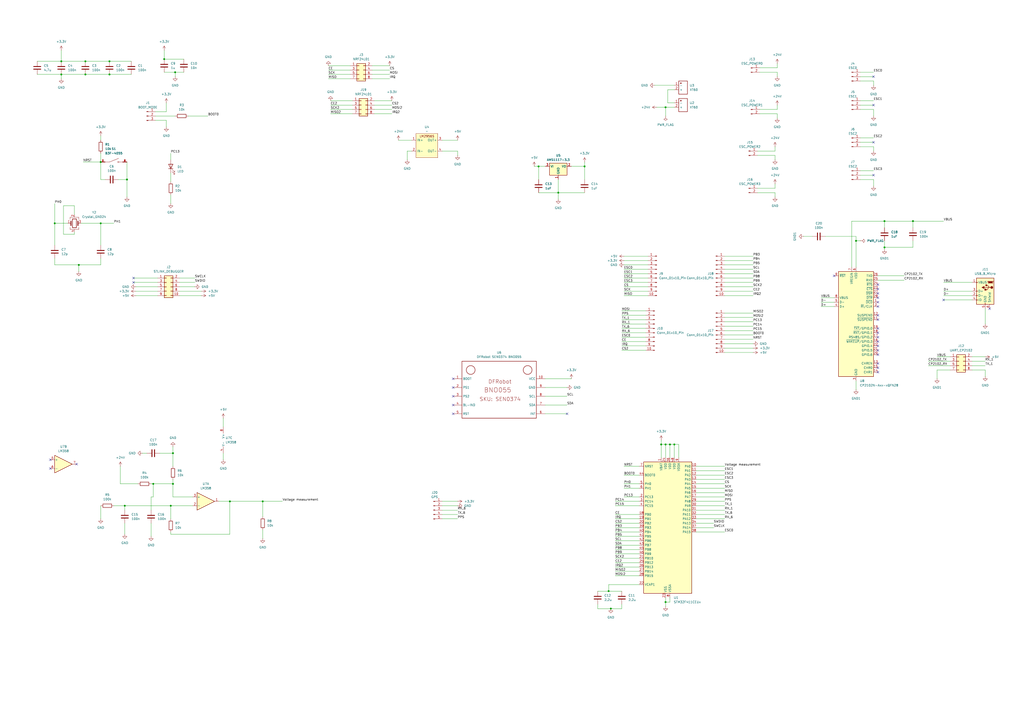
<source format=kicad_sch>
(kicad_sch (version 20231120) (generator "eeschema") (generator_version "8.0")
  (paper "A2")
  (junction (at 95.25 34.29))
  (junction (at 100.33 280.67))
  (junction (at 152.4 290.83))
  (junction (at 496.57 139.7))
  (junction (at 45.72 153.67))
  (junction (at 63.5 35.56))
  (junction (at 88.9 280.67))
  (junction (at 31.75 129.54))
  (junction (at 513.08 128.27))
  (junction (at 133.35 290.83))
  (junction (at 513.08 143.51))
  (junction (at 339.09 96.52))
  (junction (at 63.5 43.18))
  (junction (at 49.53 43.18))
  (junction (at 391.16 257.81))
  (junction (at 529.59 128.27))
  (junction (at 101.6 41.91))
  (junction (at 353.06 342.9))
  (junction (at 58.42 129.54))
  (junction (at 58.42 93.98))
  (junction (at 73.66 104.14))
  (junction (at 100.33 262.89))
  (junction (at 386.08 257.81))
  (junction (at 388.62 257.81))
  (junction (at 312.42 96.52))
  (junction (at 386.08 62.23))
  (junction (at 99.06 293.37))
  (junction (at 35.56 43.18))
  (junction (at 354.33 353.06))
  (junction (at 35.56 35.56))
  (junction (at 49.53 35.56))
  (junction (at 323.85 111.76))
  (junction (at 72.39 293.37))
  (junction (at 383.54 257.81))
  (junction (at 386.08 349.25))
  (no_connect (at 262.89 229.87))
  (no_connect (at 509.27 200.66))
  (no_connect (at 509.27 215.9))
  (no_connect (at 44.45 269.24))
  (no_connect (at 509.27 167.64))
  (no_connect (at 574.04 179.07))
  (no_connect (at 483.87 160.02))
  (no_connect (at 509.27 193.04))
  (no_connect (at 509.27 175.26))
  (no_connect (at 509.27 195.58))
  (no_connect (at 506.73 82.55))
  (no_connect (at 29.21 271.78))
  (no_connect (at 509.27 177.8))
  (no_connect (at 262.89 219.71))
  (no_connect (at 328.93 240.03))
  (no_connect (at 506.73 60.96))
  (no_connect (at 509.27 203.2))
  (no_connect (at 262.89 234.95))
  (no_connect (at 509.27 172.72))
  (no_connect (at 509.27 205.74))
  (no_connect (at 509.27 185.42))
  (no_connect (at 262.89 224.79))
  (no_connect (at 509.27 213.36))
  (no_connect (at 509.27 182.88))
  (no_connect (at 506.73 101.6))
  (no_connect (at 77.47 163.83))
  (no_connect (at 509.27 170.18))
  (no_connect (at 77.47 161.29))
  (no_connect (at 509.27 210.82))
  (no_connect (at 506.73 44.45))
  (no_connect (at 262.89 240.03))
  (no_connect (at 509.27 190.5))
  (no_connect (at 509.27 198.12))
  (no_connect (at 547.37 173.99))
  (no_connect (at 29.21 266.7))
  (no_connect (at 509.27 165.1))
  (wire (pts (xy 403.86 285.75) (xy 420.37 285.75)))
  (wire (pts (xy 46.99 129.54) (xy 58.42 129.54)))
  (wire (pts (xy 356.87 328.93) (xy 370.84 328.93)))
  (wire (pts (xy 356.87 308.61) (xy 370.84 308.61)))
  (wire (pts (xy 72.39 293.37) (xy 99.06 293.37)))
  (wire (pts (xy 339.09 93.98) (xy 339.09 96.52)))
  (wire (pts (xy 360.68 190.5) (xy 374.65 190.5)))
  (wire (pts (xy 87.63 288.29) (xy 87.63 295.91)))
  (wire (pts (xy 90.17 69.85) (xy 96.52 69.85)))
  (wire (pts (xy 403.86 308.61) (xy 420.37 308.61)))
  (wire (pts (xy 370.84 339.09) (xy 353.06 339.09)))
  (wire (pts (xy 506.73 46.99) (xy 506.73 49.53)))
  (wire (pts (xy 217.17 66.04) (xy 227.33 66.04)))
  (wire (pts (xy 547.37 173.99) (xy 563.88 173.99)))
  (wire (pts (xy 403.86 283.21) (xy 420.37 283.21)))
  (wire (pts (xy 353.06 339.09) (xy 353.06 342.9)))
  (wire (pts (xy 87.63 280.67) (xy 88.9 280.67)))
  (wire (pts (xy 95.25 41.91) (xy 101.6 41.91)))
  (wire (pts (xy 360.68 200.66) (xy 374.65 200.66)))
  (wire (pts (xy 58.42 129.54) (xy 58.42 142.24)))
  (wire (pts (xy 129.54 262.89) (xy 129.54 266.7)))
  (wire (pts (xy 388.62 349.25) (xy 386.08 349.25)))
  (wire (pts (xy 391.16 257.81) (xy 388.62 257.81)))
  (wire (pts (xy 331.47 96.52) (xy 339.09 96.52)))
  (wire (pts (xy 386.08 346.71) (xy 386.08 349.25)))
  (wire (pts (xy 403.86 293.37) (xy 420.37 293.37)))
  (wire (pts (xy 72.39 303.53) (xy 72.39 309.88)))
  (wire (pts (xy 43.18 119.38) (xy 36.83 119.38)))
  (wire (pts (xy 217.17 63.5) (xy 227.33 63.5)))
  (wire (pts (xy 265.43 87.63) (xy 265.43 90.17)))
  (wire (pts (xy 356.87 331.47) (xy 370.84 331.47)))
  (wire (pts (xy 360.68 180.34) (xy 374.65 180.34)))
  (wire (pts (xy 381 62.23) (xy 386.08 62.23)))
  (wire (pts (xy 499.11 46.99) (xy 506.73 46.99)))
  (wire (pts (xy 88.9 280.67) (xy 88.9 288.29)))
  (wire (pts (xy 99.06 100.33) (xy 99.06 105.41)))
  (wire (pts (xy 361.95 288.29) (xy 370.84 288.29)))
  (wire (pts (xy 90.17 64.77) (xy 96.52 64.77)))
  (wire (pts (xy 236.22 87.63) (xy 236.22 92.71)))
  (wire (pts (xy 90.17 67.31) (xy 101.6 67.31)))
  (wire (pts (xy 393.7 265.43) (xy 393.7 257.81)))
  (wire (pts (xy 73.66 93.98) (xy 73.66 104.14)))
  (wire (pts (xy 506.73 63.5) (xy 506.73 67.31)))
  (wire (pts (xy 494.03 154.94) (xy 494.03 128.27)))
  (wire (pts (xy 513.08 143.51) (xy 529.59 143.51)))
  (wire (pts (xy 88.9 280.67) (xy 100.33 280.67)))
  (wire (pts (xy 104.14 168.91) (xy 116.84 168.91)))
  (wire (pts (xy 386.08 62.23) (xy 386.08 67.31)))
  (wire (pts (xy 361.95 148.59) (xy 375.92 148.59)))
  (wire (pts (xy 420.37 194.31) (xy 436.88 194.31)))
  (wire (pts (xy 101.6 41.91) (xy 106.68 41.91)))
  (wire (pts (xy 439.42 87.63) (xy 449.58 87.63)))
  (wire (pts (xy 386.08 349.25) (xy 386.08 351.79)))
  (wire (pts (xy 356.87 293.37) (xy 370.84 293.37)))
  (wire (pts (xy 449.58 90.17) (xy 449.58 92.71)))
  (wire (pts (xy 499.11 44.45) (xy 506.73 44.45)))
  (wire (pts (xy 420.37 153.67) (xy 436.88 153.67)))
  (wire (pts (xy 312.42 96.52) (xy 312.42 104.14)))
  (wire (pts (xy 49.53 43.18) (xy 63.5 43.18)))
  (wire (pts (xy 346.71 350.52) (xy 346.71 353.06)))
  (wire (pts (xy 440.69 41.91) (xy 450.85 41.91)))
  (wire (pts (xy 191.77 60.96) (xy 204.47 60.96)))
  (wire (pts (xy 361.95 168.91) (xy 375.92 168.91)))
  (wire (pts (xy 356.87 318.77) (xy 370.84 318.77)))
  (wire (pts (xy 361.95 158.75) (xy 375.92 158.75)))
  (wire (pts (xy 403.86 270.51) (xy 420.37 270.51)))
  (wire (pts (xy 529.59 128.27) (xy 529.59 132.08)))
  (wire (pts (xy 312.42 96.52) (xy 316.23 96.52)))
  (wire (pts (xy 39.37 129.54) (xy 31.75 129.54)))
  (wire (pts (xy 499.11 85.09) (xy 506.73 85.09)))
  (wire (pts (xy 393.7 257.81) (xy 391.16 257.81)))
  (wire (pts (xy 69.85 280.67) (xy 80.01 280.67)))
  (wire (pts (xy 386.08 257.81) (xy 386.08 265.43)))
  (wire (pts (xy 312.42 111.76) (xy 323.85 111.76)))
  (wire (pts (xy 100.33 259.08) (xy 100.33 262.89)))
  (wire (pts (xy 35.56 43.18) (xy 49.53 43.18)))
  (wire (pts (xy 571.5 214.63) (xy 571.5 218.44)))
  (wire (pts (xy 69.85 270.51) (xy 69.85 280.67)))
  (wire (pts (xy 353.06 342.9) (xy 346.71 342.9)))
  (wire (pts (xy 420.37 158.75) (xy 436.88 158.75)))
  (wire (pts (xy 543.56 207.01) (xy 551.18 207.01)))
  (wire (pts (xy 58.42 88.9) (xy 58.42 93.98)))
  (wire (pts (xy 450.85 36.83) (xy 450.85 39.37)))
  (wire (pts (xy 543.56 214.63) (xy 543.56 219.71)))
  (wire (pts (xy 73.66 104.14) (xy 73.66 114.3)))
  (wire (pts (xy 356.87 303.53) (xy 370.84 303.53)))
  (wire (pts (xy 403.86 303.53) (xy 414.02 303.53)))
  (wire (pts (xy 387.35 52.07) (xy 387.35 59.69)))
  (wire (pts (xy 476.25 175.26) (xy 483.87 175.26)))
  (wire (pts (xy 361.95 156.21) (xy 375.92 156.21)))
  (wire (pts (xy 499.11 63.5) (xy 506.73 63.5)))
  (wire (pts (xy 499.11 41.91) (xy 506.73 41.91)))
  (wire (pts (xy 238.76 87.63) (xy 236.22 87.63)))
  (wire (pts (xy 99.06 113.03) (xy 99.06 118.11)))
  (wire (pts (xy 388.62 346.71) (xy 388.62 349.25)))
  (wire (pts (xy 476.25 177.8) (xy 483.87 177.8)))
  (wire (pts (xy 529.59 139.7) (xy 529.59 143.51)))
  (wire (pts (xy 420.37 196.85) (xy 436.88 196.85)))
  (wire (pts (xy 420.37 163.83) (xy 436.88 163.83)))
  (wire (pts (xy 563.88 214.63) (xy 571.5 214.63)))
  (wire (pts (xy 466.09 137.16) (xy 471.17 137.16)))
  (wire (pts (xy 256.54 298.45) (xy 265.43 298.45)))
  (wire (pts (xy 420.37 166.37) (xy 436.88 166.37)))
  (wire (pts (xy 420.37 181.61) (xy 436.88 181.61)))
  (wire (pts (xy 152.4 290.83) (xy 152.4 299.72)))
  (wire (pts (xy 420.37 151.13) (xy 436.88 151.13)))
  (wire (pts (xy 66.04 293.37) (xy 72.39 293.37)))
  (wire (pts (xy 420.37 191.77) (xy 436.88 191.77)))
  (wire (pts (xy 63.5 43.18) (xy 76.2 43.18)))
  (wire (pts (xy 58.42 129.54) (xy 66.04 129.54)))
  (wire (pts (xy 439.42 109.22) (xy 449.58 109.22)))
  (wire (pts (xy 513.08 139.7) (xy 513.08 143.51)))
  (wire (pts (xy 316.23 219.71) (xy 331.47 219.71)))
  (wire (pts (xy 45.72 153.67) (xy 58.42 153.67)))
  (wire (pts (xy 513.08 143.51) (xy 513.08 144.78)))
  (wire (pts (xy 356.87 321.31) (xy 370.84 321.31)))
  (wire (pts (xy 563.88 212.09) (xy 571.5 212.09)))
  (wire (pts (xy 360.68 182.88) (xy 374.65 182.88)))
  (wire (pts (xy 101.6 41.91) (xy 101.6 44.45)))
  (wire (pts (xy 360.68 203.2) (xy 374.65 203.2)))
  (wire (pts (xy 499.11 104.14) (xy 506.73 104.14)))
  (wire (pts (xy 386.08 62.23) (xy 391.16 62.23)))
  (wire (pts (xy 111.76 293.37) (xy 99.06 293.37)))
  (wire (pts (xy 92.71 262.89) (xy 100.33 262.89)))
  (wire (pts (xy 256.54 81.28) (xy 265.43 81.28)))
  (wire (pts (xy 513.08 128.27) (xy 529.59 128.27)))
  (wire (pts (xy 403.86 273.05) (xy 420.37 273.05)))
  (wire (pts (xy 361.95 153.67) (xy 375.92 153.67)))
  (wire (pts (xy 449.58 111.76) (xy 449.58 114.3)))
  (wire (pts (xy 403.86 300.99) (xy 420.37 300.99)))
  (wire (pts (xy 391.16 52.07) (xy 387.35 52.07)))
  (wire (pts (xy 403.86 280.67) (xy 420.37 280.67)))
  (wire (pts (xy 256.54 295.91) (xy 265.43 295.91)))
  (wire (pts (xy 420.37 204.47) (xy 436.88 204.47)))
  (wire (pts (xy 99.06 293.37) (xy 99.06 300.99)))
  (wire (pts (xy 100.33 280.67) (xy 100.33 288.29)))
  (wire (pts (xy 450.85 41.91) (xy 450.85 44.45)))
  (wire (pts (xy 316.23 224.79) (xy 328.93 224.79)))
  (wire (pts (xy 440.69 63.5) (xy 450.85 63.5)))
  (wire (pts (xy 104.14 163.83) (xy 113.03 163.83)))
  (wire (pts (xy 256.54 290.83) (xy 265.43 290.83)))
  (wire (pts (xy 440.69 66.04) (xy 450.85 66.04)))
  (wire (pts (xy 104.14 161.29) (xy 113.03 161.29)))
  (wire (pts (xy 361.95 280.67) (xy 370.84 280.67)))
  (wire (pts (xy 403.86 275.59) (xy 420.37 275.59)))
  (wire (pts (xy 21.59 43.18) (xy 35.56 43.18)))
  (wire (pts (xy 360.68 198.12) (xy 374.65 198.12)))
  (wire (pts (xy 356.87 323.85) (xy 370.84 323.85)))
  (wire (pts (xy 78.74 171.45) (xy 91.44 171.45)))
  (wire (pts (xy 420.37 156.21) (xy 436.88 156.21)))
  (wire (pts (xy 420.37 161.29) (xy 436.88 161.29)))
  (wire (pts (xy 104.14 166.37) (xy 113.03 166.37)))
  (wire (pts (xy 496.57 139.7) (xy 499.11 139.7)))
  (wire (pts (xy 129.54 242.57) (xy 129.54 247.65)))
  (wire (pts (xy 99.06 88.9) (xy 99.06 92.71)))
  (wire (pts (xy 353.06 342.9) (xy 360.68 342.9)))
  (wire (pts (xy 360.68 187.96) (xy 374.65 187.96)))
  (wire (pts (xy 383.54 255.27) (xy 383.54 257.81)))
  (wire (pts (xy 356.87 290.83) (xy 370.84 290.83)))
  (wire (pts (xy 439.42 90.17) (xy 449.58 90.17)))
  (wire (pts (xy 403.86 278.13) (xy 420.37 278.13)))
  (wire (pts (xy 513.08 128.27) (xy 513.08 132.08)))
  (wire (pts (xy 506.73 85.09) (xy 506.73 87.63)))
  (wire (pts (xy 499.11 99.06) (xy 506.73 99.06)))
  (wire (pts (xy 133.35 290.83) (xy 127 290.83)))
  (wire (pts (xy 77.47 163.83) (xy 91.44 163.83)))
  (wire (pts (xy 36.83 135.89) (xy 43.18 135.89)))
  (wire (pts (xy 386.08 257.81) (xy 383.54 257.81)))
  (wire (pts (xy 190.5 40.64) (xy 203.2 40.64)))
  (wire (pts (xy 316.23 240.03) (xy 328.93 240.03)))
  (wire (pts (xy 403.86 295.91) (xy 420.37 295.91)))
  (wire (pts (xy 499.11 80.01) (xy 506.73 80.01)))
  (wire (pts (xy 191.77 66.04) (xy 204.47 66.04)))
  (wire (pts (xy 215.9 45.72) (xy 226.06 45.72)))
  (wire (pts (xy 356.87 300.99) (xy 370.84 300.99)))
  (wire (pts (xy 506.73 104.14) (xy 506.73 107.95)))
  (wire (pts (xy 450.85 60.96) (xy 450.85 63.5)))
  (wire (pts (xy 356.87 326.39) (xy 370.84 326.39)))
  (wire (pts (xy 323.85 104.14) (xy 323.85 111.76)))
  (wire (pts (xy 100.33 278.13) (xy 100.33 280.67)))
  (wire (pts (xy 190.5 45.72) (xy 203.2 45.72)))
  (wire (pts (xy 449.58 106.68) (xy 449.58 109.22)))
  (wire (pts (xy 190.5 38.1) (xy 203.2 38.1)))
  (wire (pts (xy 361.95 283.21) (xy 370.84 283.21)))
  (wire (pts (xy 77.47 161.29) (xy 91.44 161.29)))
  (wire (pts (xy 420.37 184.15) (xy 436.88 184.15)))
  (wire (pts (xy 571.5 179.07) (xy 571.5 187.96)))
  (wire (pts (xy 31.75 118.11) (xy 31.75 129.54)))
  (wire (pts (xy 323.85 111.76) (xy 339.09 111.76)))
  (wire (pts (xy 95.25 34.29) (xy 106.68 34.29)))
  (wire (pts (xy 499.11 60.96) (xy 506.73 60.96)))
  (wire (pts (xy 356.87 316.23) (xy 370.84 316.23)))
  (wire (pts (xy 96.52 64.77) (xy 96.52 59.69)))
  (wire (pts (xy 356.87 298.45) (xy 370.84 298.45)))
  (wire (pts (xy 316.23 229.87) (xy 328.93 229.87)))
  (wire (pts (xy 316.23 234.95) (xy 328.93 234.95)))
  (wire (pts (xy 499.11 82.55) (xy 506.73 82.55)))
  (wire (pts (xy 78.74 168.91) (xy 91.44 168.91)))
  (wire (pts (xy 43.18 135.89) (xy 43.18 134.62)))
  (wire (pts (xy 499.11 101.6) (xy 506.73 101.6)))
  (wire (pts (xy 420.37 199.39) (xy 436.88 199.39)))
  (wire (pts (xy 133.35 290.83) (xy 152.4 290.83)))
  (wire (pts (xy 449.58 85.09) (xy 449.58 87.63)))
  (wire (pts (xy 100.33 262.89) (xy 100.33 270.51)))
  (wire (pts (xy 109.22 67.31) (xy 120.65 67.31)))
  (wire (pts (xy 547.37 171.45) (xy 563.88 171.45)))
  (wire (pts (xy 100.33 288.29) (xy 111.76 288.29)))
  (wire (pts (xy 309.88 96.52) (xy 312.42 96.52)))
  (wire (pts (xy 217.17 58.42) (xy 227.33 58.42)))
  (wire (pts (xy 95.25 29.21) (xy 95.25 34.29)))
  (wire (pts (xy 99.06 309.88) (xy 133.35 309.88)))
  (wire (pts (xy 215.9 38.1) (xy 226.06 38.1)))
  (wire (pts (xy 499.11 58.42) (xy 506.73 58.42)))
  (wire (pts (xy 494.03 128.27) (xy 513.08 128.27)))
  (wire (pts (xy 323.85 111.76) (xy 323.85 115.57)))
  (wire (pts (xy 361.95 270.51) (xy 370.84 270.51)))
  (wire (pts (xy 356.87 306.07) (xy 370.84 306.07)))
  (wire (pts (xy 31.75 149.86) (xy 31.75 153.67)))
  (wire (pts (xy 215.9 40.64) (xy 226.06 40.64)))
  (wire (pts (xy 35.56 35.56) (xy 49.53 35.56)))
  (wire (pts (xy 420.37 168.91) (xy 436.88 168.91)))
  (wire (pts (xy 58.42 153.67) (xy 58.42 149.86)))
  (wire (pts (xy 152.4 307.34) (xy 152.4 312.42)))
  (wire (pts (xy 450.85 66.04) (xy 450.85 68.58)))
  (wire (pts (xy 49.53 35.56) (xy 63.5 35.56)))
  (wire (pts (xy 361.95 166.37) (xy 375.92 166.37)))
  (wire (pts (xy 440.69 39.37) (xy 450.85 39.37)))
  (wire (pts (xy 403.86 298.45) (xy 420.37 298.45)))
  (wire (pts (xy 72.39 293.37) (xy 72.39 295.91)))
  (wire (pts (xy 63.5 35.56) (xy 76.2 35.56)))
  (wire (pts (xy 361.95 275.59) (xy 370.84 275.59)))
  (wire (pts (xy 191.77 58.42) (xy 204.47 58.42)))
  (wire (pts (xy 58.42 293.37) (xy 58.42 300.99)))
  (wire (pts (xy 360.68 353.06) (xy 354.33 353.06)))
  (wire (pts (xy 21.59 35.56) (xy 35.56 35.56)))
  (wire (pts (xy 191.77 63.5) (xy 204.47 63.5)))
  (wire (pts (xy 60.96 104.14) (xy 58.42 104.14)))
  (wire (pts (xy 391.16 257.81) (xy 391.16 265.43)))
  (wire (pts (xy 388.62 257.81) (xy 388.62 265.43)))
  (wire (pts (xy 43.18 124.46) (xy 43.18 119.38)))
  (wire (pts (xy 360.68 195.58) (xy 374.65 195.58)))
  (wire (pts (xy 496.57 154.94) (xy 496.57 139.7)))
  (wire (pts (xy 31.75 153.67) (xy 45.72 153.67)))
  (wire (pts (xy 339.09 96.52) (xy 339.09 104.14)))
  (wire (pts (xy 361.95 151.13) (xy 375.92 151.13)))
  (wire (pts (xy 529.59 128.27) (xy 547.37 128.27)))
  (wire (pts (xy 538.48 212.09) (xy 551.18 212.09)))
  (wire (pts (xy 31.75 129.54) (xy 31.75 142.24)))
  (wire (pts (xy 563.88 209.55) (xy 571.5 209.55)))
  (wire (pts (xy 356.87 313.69) (xy 370.84 313.69)))
  (wire (pts (xy 379.73 49.53) (xy 391.16 49.53)))
  (wire (pts (xy 403.86 306.07) (xy 414.02 306.07)))
  (wire (pts (xy 346.71 353.06) (xy 354.33 353.06)))
  (wire (pts (xy 360.68 193.04) (xy 374.65 193.04)))
  (wire (pts (xy 356.87 334.01) (xy 370.84 334.01)))
  (wire (pts (xy 420.37 171.45) (xy 436.88 171.45)))
  (wire (pts (xy 36.83 119.38) (xy 36.83 135.89)))
  (wire (pts (xy 478.79 137.16) (xy 496.57 137.16)))
  (wire (pts (xy 104.14 171.45) (xy 116.84 171.45)))
  (wire (pts (xy 360.68 350.52) (xy 360.68 353.06)))
  (wire (pts (xy 87.63 303.53) (xy 87.63 311.15)))
  (wire (pts (xy 361.95 171.45) (xy 375.92 171.45)))
  (wire (pts (xy 88.9 288.29) (xy 87.63 288.29)))
  (wire (pts (xy 35.56 29.21) (xy 35.56 35.56)))
  (wire (pts (xy 78.74 166.37) (xy 91.44 166.37)))
  (wire (pts (xy 231.14 81.28) (xy 238.76 81.28)))
  (wire (pts (xy 388.62 257.81) (xy 386.08 257.81)))
  (wire (pts (xy 215.9 43.18) (xy 226.06 43.18)))
  (wire (pts (xy 256.54 87.63) (xy 265.43 87.63)))
  (wire (pts (xy 509.27 160.02) (xy 524.51 160.02)))
  (wire (pts (xy 96.52 69.85) (xy 96.52 73.66)))
  (wire (pts (xy 256.54 293.37) (xy 265.43 293.37)))
  (wire (pts (xy 35.56 43.18) (xy 35.56 45.72)))
  (wire (pts (xy 403.86 290.83) (xy 420.37 290.83)))
  (wire (pts (xy 563.88 207.01) (xy 571.5 207.01)))
  (wire (pts (xy 256.54 300.99) (xy 265.43 300.99)))
  (wire (pts (xy 68.58 104.14) (xy 73.66 104.14)))
  (wire (pts (xy 476.25 172.72) (xy 483.87 172.72)))
  (wire (pts (xy 547.37 163.83) (xy 563.88 163.83)))
  (wire (pts (xy 420.37 201.93) (xy 436.88 201.93)))
  (wire (pts (xy 152.4 290.83) (xy 163.83 290.83)))
  (wire (pts (xy 361.95 161.29) (xy 375.92 161.29)))
  (wire (pts (xy 356.87 311.15) (xy 370.84 311.15)))
  (wire (pts (xy 217.17 60.96) (xy 227.33 60.96)))
  (wire (pts (xy 496.57 220.98) (xy 496.57 226.06)))
  (wire (pts (xy 82.55 262.89) (xy 85.09 262.89)))
  (wire (pts (xy 496.57 139.7) (xy 496.57 137.16)))
  (wire (pts (xy 58.42 78.74) (xy 58.42 81.28)))
  (wire (pts (xy 190.5 43.18) (xy 203.2 43.18)))
  (wire (pts (xy 420.37 148.59) (xy 436.88 148.59)))
  (wire (pts (xy 58.42 93.98) (xy 58.42 104.14)))
  (wire (pts (xy 48.26 93.98) (xy 58.42 93.98)))
  (wire (pts (xy 133.35 309.88) (xy 133.35 290.83)))
  (wire (pts (xy 420.37 189.23) (xy 436.88 189.23)))
  (wire (pts (xy 383.54 257.81) (xy 383.54 265.43)))
  (wire (pts (xy 509.27 162.56) (xy 524.51 162.56)))
  (wire (pts (xy 45.72 153.67) (xy 45.72 157.48)))
  (wire (pts (xy 547.37 168.91) (xy 563.88 168.91)))
  (wire (pts (xy 387.35 59.69) (xy 391.16 59.69)))
  (wire (pts (xy 361.95 163.83) (xy 375.92 163.83)))
  (wire (pts (xy 403.86 288.29) (xy 420.37 288.29)))
  (wire (pts (xy 360.68 185.42) (xy 374.65 185.42)))
  (wire (pts (xy 420.37 186.69) (xy 436.88 186.69)))
  (wire (pts (xy 543.56 214.63) (xy 551.18 214.63)))
  (wire (pts (xy 439.42 111.76) (xy 449.58 111.76)))
  (wire (pts (xy 538.48 209.55) (xy 551.18 209.55)))
  (wire (pts (xy 99.06 308.61) (xy 99.06 309.88)))
  (label "ESC2" (at 361.95 161.29 0))
  (label "CE2" (at 356.87 326.39 0))
  (label "PH1" (at 66.04 129.54 0))
  (label "MOSI2" (at 356.87 334.01 0))
  (label "BOOT0" (at 361.95 275.59 0))
  (label "PB9" (at 436.88 163.83 0))
  (label "SCK2" (at 191.77 63.5 0))
  (label "RX_6" (at 360.68 193.04 0))
  (label "NRST" (at 48.26 93.98 0))
  (label "CE" (at 356.87 298.45 0))
  (label "PC13" (at 99.06 88.9 0))
  (label "PB5" (at 356.87 311.15 0))
  (label "ESC0" (at 361.95 156.21 0))
  (label "ESC2" (at 506.73 80.01 0))
  (label "CE2" (at 436.88 168.91 0))
  (label "SCK" (at 420.37 283.21 0))
  (label "ESC1" (at 506.73 58.42 0))
  (label "IRQ2" (at 356.87 328.93 0))
  (label "SCK" (at 361.95 168.91 0))
  (label "SWCLK" (at 113.03 161.29 0))
  (label "SDA" (at 436.88 158.75 0))
  (label "RX_1" (at 571.5 209.55 0))
  (label "CP2102_RX" (at 524.51 162.56 0))
  (label "IRQ" (at 360.68 200.66 0))
  (label "PB4" (at 356.87 308.61 0))
  (label "RX_1" (at 360.68 187.96 0))
  (label "PB8" (at 436.88 161.29 0))
  (label "PC15" (at 436.88 191.77 0))
  (label "MISO2" (at 356.87 331.47 0))
  (label "PB5" (at 436.88 153.67 0))
  (label "CS2" (at 227.33 60.96 0))
  (label "CE" (at 360.68 198.12 0))
  (label "TX_6" (at 360.68 190.5 0))
  (label "SCL" (at 356.87 313.69 0))
  (label "SCK2" (at 436.88 166.37 0))
  (label "ESC3" (at 420.37 278.13 0))
  (label "Voltage measurement" (at 163.83 290.83 0))
  (label "PH0" (at 31.75 118.11 0))
  (label "TX_6" (at 420.37 298.45 0))
  (label "MOSI" (at 360.68 180.34 0))
  (label "SDA" (at 328.93 234.95 0))
  (label "MOSI2" (at 227.33 63.5 0))
  (label "PC13" (at 361.95 288.29 0))
  (label "MISO" (at 361.95 171.45 0))
  (label "PB3" (at 356.87 306.07 0))
  (label "PC14" (at 356.87 290.83 0))
  (label "SCK" (at 190.5 43.18 0))
  (label "ESC0" (at 420.37 308.61 0))
  (label "D-" (at 547.37 171.45 0))
  (label "SDA" (at 356.87 316.23 0))
  (label "PC13" (at 436.88 186.69 0))
  (label "IRQ" (at 356.87 300.99 0))
  (label "SCL" (at 328.93 229.87 0))
  (label "TX_1" (at 420.37 293.37 0))
  (label "ESC1" (at 420.37 273.05 0))
  (label "CP2102_TX" (at 538.48 209.55 0))
  (label "PC15" (at 356.87 293.37 0))
  (label "Voltage measurement" (at 420.37 270.51 0))
  (label "PPS" (at 420.37 290.83 0))
  (label "TX_1" (at 360.68 185.42 0))
  (label "PPS" (at 360.68 182.88 0))
  (label "ESC3" (at 361.95 163.83 0))
  (label "D+" (at 547.37 168.91 0))
  (label "RX_1" (at 420.37 295.91 0))
  (label "TX_1" (at 571.5 212.09 0))
  (label "PH1" (at 361.95 283.21 0))
  (label "CS" (at 361.95 166.37 0))
  (label "CE" (at 190.5 40.64 0))
  (label "MOSI2" (at 436.88 184.15 0))
  (label "CS" (at 226.06 40.64 0))
  (label "VBUS" (at 543.56 207.01 0))
  (label "MOSI" (at 226.06 43.18 0))
  (label "PB9" (at 356.87 321.31 0))
  (label "VBUS" (at 547.37 163.83 0))
  (label "PB8" (at 356.87 318.77 0))
  (label "IRQ2" (at 227.33 66.04 0))
  (label "ESC2" (at 420.37 275.59 0))
  (label "CS2" (at 356.87 303.53 0))
  (label "VBUS" (at 476.25 172.72 0))
  (label "NRST" (at 361.95 270.51 0))
  (label "SCK2" (at 356.87 323.85 0))
  (label "PC14" (at 436.88 189.23 0))
  (label "SWDIO" (at 414.02 303.53 0))
  (label "SCL" (at 436.88 156.21 0))
  (label "ESC1" (at 361.95 158.75 0))
  (label "MISO2" (at 436.88 181.61 0))
  (label "ESC0" (at 506.73 41.91 0))
  (label "BOOT0" (at 120.65 67.31 0))
  (label "SWDIO" (at 113.03 163.83 0))
  (label "CS" (at 420.37 280.67 0))
  (label "SWCLK" (at 414.02 306.07 0))
  (label "PB3" (at 436.88 148.59 0))
  (label "IRQ" (at 226.06 45.72 0))
  (label "CE2" (at 191.77 60.96 0))
  (label "TX_6" (at 265.43 298.45 0))
  (label "PB4" (at 436.88 151.13 0))
  (label "D-" (at 476.25 175.26 0))
  (label "BOOT0" (at 436.88 194.31 0))
  (label "RX_6" (at 420.37 300.99 0))
  (label "PPS" (at 265.43 300.99 0))
  (label "MISO2" (at 191.77 66.04 0))
  (label "VBUS" (at 547.37 128.27 0))
  (label "RX_6" (at 265.43 295.91 0))
  (label "ESC0" (at 360.68 195.58 0))
  (label "CP2102_RX" (at 538.48 212.09 0))
  (label "IRQ2" (at 436.88 171.45 0))
  (label "CS2" (at 360.68 203.2 0))
  (label "MISO" (at 190.5 45.72 0))
  (label "MISO" (at 420.37 285.75 0))
  (label "D+" (at 476.25 177.8 0))
  (label "MOSI" (at 420.37 288.29 0))
  (label "ESC3" (at 506.73 99.06 0))
  (label "CP2102_TX" (at 524.51 160.02 0))
  (label "NRST" (at 436.88 196.85 0))
  (label "PH0" (at 361.95 280.67 0))
  (symbol (lib_id "Device:C") (at 21.59 39.37 0) (unit 1)
    (property "Reference" "C5" (at 25.4 38.0999 0) (effects (justify left)))
    (property "Value" "4.7u" (at 25.4 40.6399 0) (effects (justify left)))
    (property "Footprint" "Capacitor_SMD:C_0805_2012Metric_Pad1.18x1.45mm_HandSolder" (effects (hide yes)))
    (property "Description" "Unpolarized capacitor" (effects (hide yes)))
  )
  (symbol (lib_id "Device:C") (at 346.71 346.71 0) (unit 1)
    (property "Reference" "C12" (at 350.52 345.4399 0) (effects (justify left)))
    (property "Value" "2.2u" (at 350.52 347.9799 0) (effects (justify left)))
    (property "Footprint" "Capacitor_SMD:C_0805_2012Metric_Pad1.18x1.45mm_HandSolder" (effects (hide yes)))
    (property "Description" "Unpolarized capacitor" (effects (hide yes)))
  )
  (symbol (lib_id "Connector:Conn_01x02_Pin") (at 434.34 109.22 0) (unit 1)
    (property "Reference" "J16" (at 434.975 104.14 0))
    (property "Value" "ESC_POWER3" (at 434.975 106.68 0))
    (property "Footprint" "ESC_Custom:ESC_Power_Pad" (effects (hide yes)))
    (property "Description" "Generic connector, single row, 01x02, script generated" (effects (hide yes)))
  )
  (symbol (lib_id "power:+3.3V") (at 58.42 78.74 0) (unit 1)
    (property "Reference" "#PWR04" (effects (hide yes)))
    (property "Value" "+3.3V" (at 58.42 73.66 0))
    (property "Description" "Power symbol creates a global label with name \"+3.3V\"" (effects (hide yes)))
  )
  (symbol (lib_id "power:GND") (at 386.08 351.79 0) (unit 1)
    (property "Reference" "#PWR01" (effects (hide yes)))
    (property "Value" "GND" (at 386.08 356.87 0))
    (property "Description" "Power symbol creates a global label with name \"GND\" , ground" (effects (hide yes)))
  )
  (symbol (lib_id "power:GND") (at 328.93 224.79 90) (unit 1)
    (property "Reference" "#PWR039" (effects (hide yes)))
    (property "Value" "GND" (at 332.74 224.7899 90) (effects (justify right)))
    (property "Description" "Power symbol creates a global label with name \"GND\" , ground" (effects (hide yes)))
  )
  (symbol (lib_id "power:GND") (at 236.22 92.71 0) (unit 1)
    (property "Reference" "#PWR034" (effects (hide yes)))
    (property "Value" "GND" (at 236.22 97.79 0))
    (property "Description" "Power symbol creates a global label with name \"GND\" , ground" (effects (hide yes)))
  )
  (symbol (lib_id "Connector:Conn_01x03_Pin") (at 494.03 101.6 0) (unit 1)
    (property "Reference" "J7" (at 494.665 93.98 0))
    (property "Value" "ESC2" (at 494.665 96.52 0))
    (property "Footprint" "Connector_PinHeader_2.54mm:PinHeader_1x03_P2.54mm_Vertical" (effects (hide yes)))
    (property "Description" "Generic connector, single row, 01x03, script generated" (effects (hide yes)))
  )
  (symbol (lib_id "Device:R") (at 62.23 293.37 90) (unit 1)
    (property "Reference" "R5" (at 62.23 287.02 90))
    (property "Value" "100k" (at 62.23 289.56 90))
    (property "Footprint" "Resistor_SMD:R_0805_2012Metric_Pad1.20x1.40mm_HandSolder" (effects (hide yes)))
    (property "Description" "Resistor" (effects (hide yes)))
  )
  (symbol (lib_id "Device:C") (at 360.68 346.71 0) (unit 1)
    (property "Reference" "C11" (at 364.49 345.4399 0) (effects (justify left)))
    (property "Value" "2.2u" (at 364.49 347.9799 0) (effects (justify left)))
    (property "Footprint" "Capacitor_SMD:C_0805_2012Metric_Pad1.18x1.45mm_HandSolder" (effects (hide yes)))
    (property "Description" "Unpolarized capacitor" (effects (hide yes)))
  )
  (symbol (lib_id "power:GND") (at 72.39 309.88 0) (unit 1)
    (property "Reference" "#PWR045" (effects (hide yes)))
    (property "Value" "GND" (at 72.39 314.96 0))
    (property "Description" "Power symbol creates a global label with name \"GND\" , ground" (effects (hide yes)))
  )
  (symbol (lib_id "Connector:Conn_01x03_Pin") (at 494.03 82.55 0) (unit 1)
    (property "Reference" "J6" (at 494.665 74.93 0))
    (property "Value" "ESC2" (at 494.665 77.47 0))
    (property "Footprint" "Connector_PinHeader_2.54mm:PinHeader_1x03_P2.54mm_Vertical" (effects (hide yes)))
    (property "Description" "Generic connector, single row, 01x03, script generated" (effects (hide yes)))
  )
  (symbol (lib_id "power:GND") (at 45.72 157.48 0) (unit 1)
    (property "Reference" "#PWR06" (effects (hide yes)))
    (property "Value" "GND" (at 45.72 162.56 0))
    (property "Description" "Power symbol creates a global label with name \"GND\" , ground" (effects (hide yes)))
  )
  (symbol (lib_id "power:+24V") (at 450.85 36.83 0) (unit 1)
    (property "Reference" "#PWR057" (effects (hide yes)))
    (property "Value" "+24V" (at 450.85 31.75 0))
    (property "Description" "Power symbol creates a global label with name \"+24V\"" (effects (hide yes)))
  )
  (symbol (lib_id "Device:R") (at 58.42 85.09 0) (unit 1)
    (property "Reference" "R1" (at 60.96 83.8199 0) (effects (justify left)))
    (property "Value" "10k" (at 60.96 86.3599 0) (effects (justify left)))
    (property "Footprint" "Resistor_SMD:R_0805_2012Metric_Pad1.20x1.40mm_HandSolder" (effects (hide yes)))
    (property "Description" "Resistor" (effects (hide yes)))
  )
  (symbol (lib_id "Device:R") (at 152.4 303.53 180) (unit 1)
    (property "Reference" "R8" (at 154.94 302.2599 0) (effects (justify right)))
    (property "Value" "10k" (at 154.94 304.7999 0) (effects (justify right)))
    (property "Footprint" "Resistor_SMD:R_0805_2012Metric_Pad1.20x1.40mm_HandSolder" (effects (hide yes)))
    (property "Description" "Resistor" (effects (hide yes)))
  )
  (symbol (lib_id "power:GND1") (at 466.09 137.16 270) (unit 1)
    (property "Reference" "#PWR053" (effects (hide yes)))
    (property "Value" "GND1" (at 461.01 137.16 0))
    (property "Description" "Power symbol creates a global label with name \"GND1\" , ground" (effects (hide yes)))
  )
  (symbol (lib_id "power:GND1") (at 496.57 226.06 0) (unit 1)
    (property "Reference" "#PWR051" (effects (hide yes)))
    (property "Value" "GND1" (at 496.57 231.14 0))
    (property "Description" "Power symbol creates a global label with name \"GND1\" , ground" (effects (hide yes)))
  )
  (symbol (lib_id "Connector_Generic:Conn_02x05_Odd_Even") (at 96.52 166.37 0) (unit 1)
    (property "Reference" "J2" (at 97.79 154.94 0))
    (property "Value" "STLINK_DEBUGGER" (at 97.79 157.48 0))
    (property "Footprint" "Connector_IDC:IDC-Header_2x05_P2.54mm_Vertical" (effects (hide yes)))
    (property "Description" "Generic connector, double row, 02x05, odd/even pin numbering scheme (row 1 odd numbers, row 2 even numbers), script generated (kicad-library-utils/schlib/autogen/connector/)" (effects (hide yes)))
  )
  (symbol (lib_id "power:+3.3V") (at 78.74 168.91 90) (unit 1)
    (property "Reference" "#PWR013" (effects (hide yes)))
    (property "Value" "+3.3V" (at 74.93 168.9099 90) (effects (justify left)))
    (property "Description" "Power symbol creates a global label with name \"+3.3V\"" (effects (hide yes)))
  )
  (symbol (lib_id "power:GND") (at 73.66 114.3 0) (unit 1)
    (property "Reference" "#PWR05" (effects (hide yes)))
    (property "Value" "GND" (at 73.66 119.38 0))
    (property "Description" "Power symbol creates a global label with name \"GND\" , ground" (effects (hide yes)))
  )
  (symbol (lib_id "Device:Crystal_GND24") (at 43.18 129.54 0) (unit 1)
    (property "Reference" "Y2" (at 54.61 123.2214 0))
    (property "Value" "Crystal_GND24" (at 54.61 125.7614 0))
    (property "Footprint" "Crystal:Crystal_SMD_5032-4Pin_5.0x3.2mm" (effects (hide yes)))
    (property "Description" "Four pin crystal, GND on pins 2 and 4" (effects (hide yes)))
  )
  (symbol (lib_id "power:GND") (at 113.03 166.37 90) (unit 1)
    (property "Reference" "#PWR07" (effects (hide yes)))
    (property "Value" "GND" (at 116.84 166.3699 90) (effects (justify right)))
    (property "Description" "Power symbol creates a global label with name \"GND\" , ground" (effects (hide yes)))
  )
  (symbol (lib_id "power:+24V") (at 449.58 85.09 0) (unit 1)
    (property "Reference" "#PWR061" (effects (hide yes)))
    (property "Value" "+24V" (at 449.58 80.01 0))
    (property "Description" "Power symbol creates a global label with name \"+24V\"" (effects (hide yes)))
  )
  (symbol (lib_id "B3F-4055:B3F-4055") (at 66.04 93.98 0) (unit 1)
    (property "Reference" "S1" (at 66.04 86.36 0))
    (property "Value" "B3F-4055" (at 66.04 88.9 0))
    (property "Footprint" "B3F-4055:SW_B3F-4055" (effects (hide yes)))
    (property "MF" "Omron Electronics" (effects (hide yes)))
    (property "MAXIMUM_PACKAGE_HEIGHT" "7.5 mm" (effects (hide yes)))
    (property "Package" "None" (effects (hide yes)))
    (property "Price" "None" (effects (hide yes)))
    (property "Check_prices" "https://www.snapeda.com/parts/B3F-4055/Omron/view-part/?ref=eda" (effects (hide yes)))
    (property "STANDARD" "Manufacturer Recommendations" (effects (hide yes)))
    (property "PARTREV" "A070-E1-08" (effects (hide yes)))
    (property "SnapEDA_Link" "https://www.snapeda.com/parts/B3F-4055/Omron/view-part/?ref=snap" (effects (hide yes)))
    (property "MP" "B3F-4055" (effects (hide yes)))
    (property "Description_1" "\n                        \n                            Switch, Tactile, STD, Projected Plunger, High Force, 260G, Without Ground Term. | Omron Electronic Components B3F-4055\n                        \n" (effects (hide yes)))
    (property "Availability" "In Stock" (effects (hide yes)))
    (property "MANUFACTURER" "Omron Electronics" (effects (hide yes)))
  )
  (symbol (lib_id "Connector_Generic:Conn_02x04_Odd_Even") (at 556.26 209.55 0) (unit 1)
    (property "Reference" "J12" (at 557.53 200.66 0))
    (property "Value" "UART_CP2102" (at 557.53 203.2 0))
    (property "Footprint" "Connector_PinHeader_2.54mm:PinHeader_2x04_P2.54mm_Vertical" (effects (hide yes)))
    (property "Description" "Generic connector, double row, 02x04, odd/even pin numbering scheme (row 1 odd numbers, row 2 even numbers), script generated (kicad-library-utils/schlib/autogen/connector/)" (effects (hide yes)))
  )
  (symbol (lib_id "power:GND") (at 101.6 44.45 0) (unit 1)
    (property "Reference" "#PWR011" (effects (hide yes)))
    (property "Value" "GND" (at 101.6 49.53 0))
    (property "Description" "Power symbol creates a global label with name \"GND\" , ground" (effects (hide yes)))
  )
  (symbol (lib_id "power:GND") (at 323.85 115.57 0) (unit 1)
    (property "Reference" "#PWR040" (effects (hide yes)))
    (property "Value" "GND" (at 323.85 120.65 0))
    (property "Description" "Power symbol creates a global label with name \"GND\" , ground" (effects (hide yes)))
  )
  (symbol (lib_id "Amplifier_Operational:LM358") (at 36.83 269.24 0) (unit 2)
    (property "Reference" "U7" (at 36.83 259.08 0))
    (property "Value" "LM358" (at 36.83 261.62 0))
    (property "Footprint" "Package_DIP:DIP-8_W7.62mm_Socket" (effects (hide yes)))
    (property "Datasheet" "http://www.ti.com/lit/ds/symlink/lm2904-n.pdf" (effects (hide yes)))
    (property "Description" "Low-Power, Dual Operational Amplifiers, DIP-8/SOIC-8/TO-99-8" (effects (hide yes)))
  )
  (symbol (lib_id "power:+5V") (at 265.43 81.28 0) (unit 1)
    (property "Reference" "#PWR035" (effects (hide yes)))
    (property "Value" "+5V" (at 265.43 76.2 0))
    (property "Description" "Power symbol creates a global label with name \"+5V\"" (effects (hide yes)))
  )
  (symbol (lib_id "Connector_Generic:Conn_02x04_Odd_Even") (at 209.55 60.96 0) (unit 1)
    (property "Reference" "J19" (at 210.82 52.07 0))
    (property "Value" "NRF24L01" (at 210.82 54.61 0))
    (property "Footprint" "Connector_PinHeader_2.54mm:PinHeader_2x04_P2.54mm_Vertical" (effects (hide yes)))
    (property "Description" "Generic connector, double row, 02x04, odd/even pin numbering scheme (row 1 odd numbers, row 2 even numbers), script generated (kicad-library-utils/schlib/autogen/connector/)" (effects (hide yes)))
  )
  (symbol (lib_id "power:+3.3V") (at 436.88 201.93 270) (unit 1)
    (property "Reference" "#PWR069" (effects (hide yes)))
    (property "Value" "+3.3V" (at 440.69 201.9299 90) (effects (justify left)))
    (property "Description" "Power symbol creates a global label with name \"+3.3V\"" (effects (hide yes)))
  )
  (symbol (lib_id "power:GND1") (at 571.5 187.96 0) (unit 1)
    (property "Reference" "#PWR050" (effects (hide yes)))
    (property "Value" "GND1" (at 571.5 193.04 0))
    (property "Description" "Power symbol creates a global label with name \"GND1\" , ground" (effects (hide yes)))
  )
  (symbol (lib_id "power:GND1") (at 543.56 219.71 0) (unit 1)
    (property "Reference" "#PWR055" (effects (hide yes)))
    (property "Value" "GND1" (at 543.56 224.79 0))
    (property "Description" "Power symbol creates a global label with name \"GND1\" , ground" (effects (hide yes)))
  )
  (symbol (lib_id "power:GND") (at 87.63 311.15 0) (unit 1)
    (property "Reference" "#PWR046" (effects (hide yes)))
    (property "Value" "GND" (at 87.63 316.23 0))
    (property "Description" "Power symbol creates a global label with name \"GND\" , ground" (effects (hide yes)))
  )
  (symbol (lib_id "power:+3.3V") (at 331.47 219.71 0) (unit 1)
    (property "Reference" "#PWR038" (effects (hide yes)))
    (property "Value" "+3.3V" (at 331.47 214.63 0))
    (property "Description" "Power symbol creates a global label with name \"+3.3V\"" (effects (hide yes)))
  )
  (symbol (lib_id "Device:LED") (at 99.06 96.52 90) (unit 1)
    (property "Reference" "D1" (at 102.87 96.8374 90) (effects (justify right)))
    (property "Value" "LED" (at 102.87 99.3774 90) (effects (justify right)))
    (property "Footprint" "LED_SMD:LED_0805_2012Metric_Pad1.15x1.40mm_HandSolder" (effects (hide yes)))
    (property "Description" "Light emitting diode" (effects (hide yes)))
  )
  (symbol (lib_id "power:+24V") (at 381 62.23 90) (unit 1)
    (property "Reference" "#PWR031" (effects (hide yes)))
    (property "Value" "+24V" (at 377.19 62.2299 90) (effects (justify left)))
    (property "Description" "Power symbol creates a global label with name \"+24V\"" (effects (hide yes)))
  )
  (symbol (lib_id "Device:R") (at 99.06 109.22 0) (unit 1)
    (property "Reference" "R2" (at 101.6 107.9499 0) (effects (justify left)))
    (property "Value" "10k" (at 101.6 110.4899 0) (effects (justify left)))
    (property "Footprint" "Resistor_SMD:R_0805_2012Metric_Pad1.20x1.40mm_HandSolder" (effects (hide yes)))
    (property "Description" "Resistor" (effects (hide yes)))
  )
  (symbol (lib_id "Device:C") (at 72.39 299.72 0) (unit 1)
    (property "Reference" "C15" (at 76.2 298.4499 0) (effects (justify left)))
    (property "Value" "100n" (at 76.2 300.9899 0) (effects (justify left)))
    (property "Footprint" "Capacitor_SMD:C_0805_2012Metric_Pad1.18x1.45mm_HandSolder" (effects (hide yes)))
    (property "Description" "Unpolarized capacitor" (effects (hide yes)))
  )
  (symbol (lib_id "Device:C") (at 87.63 299.72 0) (unit 1)
    (property "Reference" "C16" (at 91.44 298.4499 0) (effects (justify left)))
    (property "Value" "100n" (at 91.44 300.9899 0) (effects (justify left)))
    (property "Footprint" "Capacitor_SMD:C_0805_2012Metric_Pad1.18x1.45mm_HandSolder" (effects (hide yes)))
    (property "Description" "Unpolarized capacitor" (effects (hide yes)))
  )
  (symbol (lib_id "power:+5V") (at 78.74 171.45 90) (unit 1)
    (property "Reference" "#PWR014" (effects (hide yes)))
    (property "Value" "+5V" (at 74.93 171.4499 90) (effects (justify left)))
    (property "Description" "Power symbol creates a global label with name \"+5V\"" (effects (hide yes)))
  )
  (symbol (lib_id "power:+24V") (at 449.58 106.68 0) (unit 1)
    (property "Reference" "#PWR063" (effects (hide yes)))
    (property "Value" "+24V" (at 449.58 101.6 0))
    (property "Description" "Power symbol creates a global label with name \"+24V\"" (effects (hide yes)))
  )
  (symbol (lib_id "power:GND") (at 450.85 44.45 0) (unit 1)
    (property "Reference" "#PWR058" (effects (hide yes)))
    (property "Value" "GND" (at 450.85 49.53 0))
    (property "Description" "Power symbol creates a global label with name \"GND\" , ground" (effects (hide yes)))
  )
  (symbol (lib_id "Connector:Conn_01x02_Pin") (at 435.61 39.37 0) (unit 1)
    (property "Reference" "J13" (at 436.245 34.29 0))
    (property "Value" "ESC_POWER0" (at 436.245 36.83 0))
    (property "Footprint" "ESC_Custom:ESC_Power_Pad" (effects (hide yes)))
    (property "Description" "Generic connector, single row, 01x02, script generated" (effects (hide yes)))
  )
  (symbol (lib_id "power:+3.3V") (at 96.52 59.69 0) (unit 1)
    (property "Reference" "#PWR019" (effects (hide yes)))
    (property "Value" "+3.3V" (at 96.52 54.61 0))
    (property "Description" "Power symbol creates a global label with name \"+3.3V\"" (effects (hide yes)))
  )
  (symbol (lib_id "Device:R") (at 100.33 274.32 180) (unit 1)
    (property "Reference" "R6" (at 102.87 273.0499 0) (effects (justify right)))
    (property "Value" "10k" (at 102.87 275.5899 0) (effects (justify right)))
    (property "Footprint" "Resistor_SMD:R_0805_2012Metric_Pad1.20x1.40mm_HandSolder" (effects (hide yes)))
    (property "Description" "Resistor" (effects (hide yes)))
  )
  (symbol (lib_id "power:+24V") (at 69.85 270.51 0) (unit 1)
    (property "Reference" "#PWR043" (effects (hide yes)))
    (property "Value" "+24V" (at 69.85 265.43 0))
    (property "Description" "Power symbol creates a global label with name \"+24V\"" (effects (hide yes)))
  )
  (symbol (lib_id "XT60_Connector:XT60") (at 396.24 60.96 0) (unit 1)
    (property "Reference" "U2" (at 400.05 59.6899 0) (effects (justify left)))
    (property "Value" "XT60" (at 400.05 62.2299 0) (effects (justify left)))
    (property "Footprint" "Connector_AMASS:AMASS_XT60-M_1x02_P7.20mm_Vertical" (effects (hide yes)))
    (property "Manufacturer Part" "XT60" (effects (hide yes)))
    (property "Manufacturer" "AMASS(艾迈斯)" (effects (hide yes)))
    (property "Supplier Part" "C98733" (effects (hide yes)))
    (property "Supplier" "LCSC" (effects (hide yes)))
  )
  (symbol (lib_id "power:GND") (at 96.52 73.66 0) (unit 1)
    (property "Reference" "#PWR020" (effects (hide yes)))
    (property "Value" "GND" (at 96.52 78.74 0))
    (property "Description" "Power symbol creates a global label with name \"GND\" , ground" (effects (hide yes)))
  )
  (symbol (lib_id "Device:C") (at 106.68 38.1 0) (unit 1)
    (property "Reference" "C10" (at 110.49 36.8299 0) (effects (justify left)))
    (property "Value" "10n" (at 110.49 39.3699 0) (effects (justify left)))
    (property "Footprint" "Capacitor_SMD:C_0805_2012Metric_Pad1.18x1.45mm_HandSolder" (effects (hide yes)))
    (property "Description" "Unpolarized capacitor" (effects (hide yes)))
  )
  (symbol (lib_id "power:GND") (at 571.5 218.44 0) (unit 1)
    (property "Reference" "#PWR056" (effects (hide yes)))
    (property "Value" "GND" (at 571.5 223.52 0))
    (property "Description" "Power symbol creates a global label with name \"GND\" , ground" (effects (hide yes)))
  )
  (symbol (lib_id "power:+3.3V") (at 116.84 168.91 270) (unit 1)
    (property "Reference" "#PWR08" (effects (hide yes)))
    (property "Value" "+3.3V" (at 120.65 168.9099 90) (effects (justify left)))
    (property "Description" "Power symbol creates a global label with name \"+3.3V\"" (effects (hide yes)))
  )
  (symbol (lib_id "Device:R") (at 105.41 67.31 90) (unit 1)
    (property "Reference" "R3" (at 105.41 60.96 90))
    (property "Value" "10k" (at 105.41 63.5 90))
    (property "Footprint" "Resistor_SMD:R_0805_2012Metric_Pad1.20x1.40mm_HandSolder" (effects (hide yes)))
    (property "Description" "Resistor" (effects (hide yes)))
  )
  (symbol (lib_id "power:+3.3V") (at 361.95 151.13 90) (unit 1)
    (property "Reference" "#PWR029" (effects (hide yes)))
    (property "Value" "+3.3V" (at 358.14 151.1299 90) (effects (justify left)))
    (property "Description" "Power symbol creates a global label with name \"+3.3V\"" (effects (hide yes)))
  )
  (symbol (lib_id "Connector:USB_B_Micro") (at 571.5 168.91 0) (mirror y) (unit 1)
    (property "Reference" "J11" (at 571.5 156.21 0))
    (property "Value" "USB_B_Micro" (at 571.5 158.75 0))
    (property "Footprint" "Connector_USB:USB_Micro-B_Amphenol_10104110_Horizontal" (effects (hide yes)))
    (property "Description" "USB Micro Type B connector" (effects (hide yes)))
  )
  (symbol (lib_id "Connector:Conn_01x02_Pin") (at 434.34 87.63 0) (unit 1)
    (property "Reference" "J15" (at 434.975 82.55 0))
    (property "Value" "ESC_POWER2" (at 434.975 85.09 0))
    (property "Footprint" "ESC_Custom:ESC_Power_Pad" (effects (hide yes)))
    (property "Description" "Generic connector, single row, 01x02, script generated" (effects (hide yes)))
  )
  (symbol (lib_id "power:GND") (at 129.54 266.7 0) (unit 1)
    (property "Reference" "#PWR049" (effects (hide yes)))
    (property "Value" "GND" (at 129.54 271.78 0))
    (property "Description" "Power symbol creates a global label with name \"GND\" , ground" (effects (hide yes)))
  )
  (symbol (lib_id "power:+3.3V") (at 227.33 58.42 0) (unit 1)
    (property "Reference" "#PWR067" (effects (hide yes)))
    (property "Value" "+3.3V" (at 227.33 53.34 0))
    (property "Description" "Power symbol creates a global label with name \"+3.3V\"" (effects (hide yes)))
  )
  (symbol (lib_id "power:GND") (at 99.06 118.11 0) (unit 1)
    (property "Reference" "#PWR015" (effects (hide yes)))
    (property "Value" "GND" (at 99.06 123.19 0))
    (property "Description" "Power symbol creates a global label with name \"GND\" , ground" (effects (hide yes)))
  )
  (symbol (lib_id "Device:C") (at 49.53 39.37 0) (unit 1)
    (property "Reference" "C3" (at 53.34 38.0999 0) (effects (justify left)))
    (property "Value" "100n" (at 53.34 40.6399 0) (effects (justify left)))
    (property "Footprint" "Capacitor_SMD:C_0805_2012Metric_Pad1.18x1.45mm_HandSolder" (effects (hide yes)))
    (property "Description" "Unpolarized capacitor" (effects (hide yes)))
  )
  (symbol (lib_id "power:+5V") (at 571.5 207.01 270) (unit 1)
    (property "Reference" "#PWR054" (effects (hide yes)))
    (property "Value" "+5V" (at 575.31 207.0099 90) (effects (justify left)))
    (property "Description" "Power symbol creates a global label with name \"+5V\"" (effects (hide yes)))
  )
  (symbol (lib_id "power:GND") (at 191.77 58.42 180) (unit 1)
    (property "Reference" "#PWR066" (effects (hide yes)))
    (property "Value" "GND" (at 191.77 53.34 0))
    (property "Description" "Power symbol creates a global label with name \"GND\" , ground" (effects (hide yes)))
  )
  (symbol (lib_id "power:GND") (at 506.73 67.31 0) (unit 1)
    (property "Reference" "#PWR023" (effects (hide yes)))
    (property "Value" "GND" (at 506.73 72.39 0))
    (property "Description" "Power symbol creates a global label with name \"GND\" , ground" (effects (hide yes)))
  )
  (symbol (lib_id "power:+5V") (at 309.88 96.52 0) (unit 1)
    (property "Reference" "#PWR037" (effects (hide yes)))
    (property "Value" "+5V" (at 309.88 91.44 0))
    (property "Description" "Power symbol creates a global label with name \"+5V\"" (effects (hide yes)))
  )
  (symbol (lib_id "power:+3.3V") (at 383.54 255.27 0) (unit 1)
    (property "Reference" "#PWR02" (effects (hide yes)))
    (property "Value" "+3.3V" (at 383.54 250.19 0))
    (property "Description" "Power symbol creates a global label with name \"+3.3V\"" (effects (hide yes)))
  )
  (symbol (lib_id "Device:C") (at 88.9 262.89 90) (unit 1)
    (property "Reference" "C17" (at 88.9 255.27 90))
    (property "Value" "100n" (at 88.9 257.81 90))
    (property "Footprint" "Capacitor_SMD:C_0805_2012Metric_Pad1.18x1.45mm_HandSolder" (effects (hide yes)))
    (property "Description" "Unpolarized capacitor" (effects (hide yes)))
  )
  (symbol (lib_id "power:GND") (at 506.73 87.63 0) (unit 1)
    (property "Reference" "#PWR024" (effects (hide yes)))
    (property "Value" "GND" (at 506.73 92.71 0))
    (property "Description" "Power symbol creates a global label with name \"GND\" , ground" (effects (hide yes)))
  )
  (symbol (lib_id "power:+3.3V") (at 95.25 29.21 0) (unit 1)
    (property "Reference" "#PWR010" (effects (hide yes)))
    (property "Value" "+3.3V" (at 95.25 24.13 0))
    (property "Description" "Power symbol creates a global label with name \"+3.3V\"" (effects (hide yes)))
  )
  (symbol (lib_id "power:GND") (at 190.5 38.1 180) (unit 1)
    (property "Reference" "#PWR021" (effects (hide yes)))
    (property "Value" "GND" (at 190.5 33.02 0))
    (property "Description" "Power symbol creates a global label with name \"GND\" , ground" (effects (hide yes)))
  )
  (symbol (lib_id "power:PWR_FLAG") (at 386.08 67.31 180) (unit 1)
    (property "Reference" "#FLG01" (effects (hide yes)))
    (property "Value" "PWR_FLAG" (at 386.08 72.39 0))
    (property "Description" "Special symbol for telling ERC where power comes from" (effects (hide yes)))
  )
  (symbol (lib_id "power:GND") (at 78.74 166.37 270) (unit 1)
    (property "Reference" "#PWR012" (effects (hide yes)))
    (property "Value" "GND" (at 74.93 166.3699 90) (effects (justify right)))
    (property "Description" "Power symbol creates a global label with name \"GND\" , ground" (effects (hide yes)))
  )
  (symbol (lib_id "power:GND") (at 379.73 49.53 270) (unit 1)
    (property "Reference" "#PWR032" (effects (hide yes)))
    (property "Value" "GND" (at 375.92 49.5299 90) (effects (justify right)))
    (property "Description" "Power symbol creates a global label with name \"GND\" , ground" (effects (hide yes)))
  )
  (symbol (lib_id "DFROBOT_BNO055:DFRobot SEN0374 BNO055") (at 283.21 227.33 0) (unit 1)
    (property "Reference" "U6" (at 289.56 204.47 0))
    (property "Value" "DFRobot SEN0374 BNO055" (at 289.56 207.01 0))
    (property "Footprint" "DFROBOT_BNO055:FOOTPRINT DFROBOT SEN0374 BNO055" (effects (hide yes)))
  )
  (symbol (lib_id "Connector:Conn_01x05_Pin") (at 251.46 295.91 0) (unit 1)
    (property "Reference" "J20" (at 252.095 285.75 0))
    (property "Value" "GPS" (at 252.095 288.29 0))
    (property "Footprint" "Connector_PinHeader_2.54mm:PinHeader_1x05_P2.54mm_Vertical" (effects (hide yes)))
    (property "Description" "Generic connector, single row, 01x05, script generated" (effects (hide yes)))
  )
  (symbol (lib_id "Device:C") (at 529.59 135.89 0) (unit 1)
    (property "Reference" "C19" (at 533.4 134.6199 0) (effects (justify left)))
    (property "Value" "100n" (at 533.4 137.1599 0) (effects (justify left)))
    (property "Footprint" "Capacitor_SMD:C_0805_2012Metric_Pad1.18x1.45mm_HandSolder" (effects (hide yes)))
    (property "Description" "Unpolarized capacitor" (effects (hide yes)))
  )
  (symbol (lib_id "Device:R") (at 99.06 304.8 180) (unit 1)
    (property "Reference" "R7" (at 101.6 303.5299 0) (effects (justify right)))
    (property "Value" "10k" (at 101.6 306.0699 0) (effects (justify right)))
    (property "Footprint" "Resistor_SMD:R_0805_2012Metric_Pad1.20x1.40mm_HandSolder" (effects (hide yes)))
    (property "Description" "Resistor" (effects (hide yes)))
  )
  (symbol (lib_id "Device:C") (at 35.56 39.37 0) (unit 1)
    (property "Reference" "C4" (at 39.37 38.0999 0) (effects (justify left)))
    (property "Value" "100n" (at 39.37 40.6399 0) (effects (justify left)))
    (property "Footprint" "Capacitor_SMD:C_0805_2012Metric_Pad1.18x1.45mm_HandSolder" (effects (hide yes)))
    (property "Description" "Unpolarized capacitor" (effects (hide yes)))
  )
  (symbol (lib_id "XT60_Connector:XT60") (at 396.24 50.8 0) (unit 1)
    (property "Reference" "U3" (at 400.05 49.5299 0) (effects (justify left)))
    (property "Value" "XT60" (at 400.05 52.0699 0) (effects (justify left)))
    (property "Footprint" "Connector_AMASS:AMASS_XT60-M_1x02_P7.20mm_Vertical" (effects (hide yes)))
    (property "Manufacturer Part" "XT60" (effects (hide yes)))
    (property "Manufacturer" "AMASS(艾迈斯)" (effects (hide yes)))
    (property "Supplier Part" "C98733" (effects (hide yes)))
    (property "Supplier" "LCSC" (effects (hide yes)))
  )
  (symbol (lib_id "Device:C") (at 64.77 104.14 90) (unit 1)
    (property "Reference" "C6" (at 64.77 96.52 90))
    (property "Value" "100n" (at 64.77 99.06 90))
    (property "Footprint" "Capacitor_SMD:C_0805_2012Metric_Pad1.18x1.45mm_HandSolder" (effects (hide yes)))
    (property "Description" "Unpolarized capacitor" (effects (hide yes)))
  )
  (symbol (lib_id "Connector:Conn_01x03_Pin") (at 494.03 60.96 0) (unit 1)
    (property "Reference" "J5" (at 494.665 53.34 0))
    (property "Value" "ESC1" (at 494.665 55.88 0))
    (property "Footprint" "Connector_PinHeader_2.54mm:PinHeader_1x03_P2.54mm_Vertical" (effects (hide yes)))
    (property "Description" "Generic connector, single row, 01x03, script generated" (effects (hide yes)))
  )
  (symbol (lib_id "Connector:Conn_01x03_Pin") (at 494.03 44.45 0) (unit 1)
    (property "Reference" "J4" (at 494.665 36.83 0))
    (property "Value" "ESC0" (at 494.665 39.37 0))
    (property "Footprint" "Connector_PinHeader_2.54mm:PinHeader_1x03_P2.54mm_Vertical" (effects (hide yes)))
    (property "Description" "Generic connector, single row, 01x03, script generated" (effects (hide yes)))
  )
  (symbol (lib_id "power:+24V") (at 450.85 60.96 0) (unit 1)
    (property "Reference" "#PWR059" (effects (hide yes)))
    (property "Value" "+24V" (at 450.85 55.88 0))
    (property "Description" "Power symbol creates a global label with name \"+24V\"" (effects (hide yes)))
  )
  (symbol (lib_id "Connector_Generic:Conn_02x04_Odd_Even") (at 208.28 40.64 0) (unit 1)
    (property "Reference" "J3" (at 209.55 31.75 0))
    (property "Value" "NRF24L01" (at 209.55 34.29 0))
    (property "Footprint" "Connector_PinHeader_2.54mm:PinHeader_2x04_P2.54mm_Vertical" (effects (hide yes)))
    (property "Description" "Generic connector, double row, 02x04, odd/even pin numbering scheme (row 1 odd numbers, row 2 even numbers), script generated (kicad-library-utils/schlib/autogen/connector/)" (effects (hide yes)))
  )
  (symbol (lib_id "Connector:Conn_01x02_Pin") (at 435.61 63.5 0) (unit 1)
    (property "Reference" "J14" (at 436.245 58.42 0))
    (property "Value" "ESC_POWER1" (at 436.245 60.96 0))
    (property "Footprint" "ESC_Custom:ESC_Power_Pad" (effects (hide yes)))
    (property "Description" "Generic connector, single row, 01x02, script generated" (effects (hide yes)))
  )
  (symbol (lib_id "Connector:Conn_01x03_Pin") (at 85.09 67.31 0) (unit 1)
    (property "Reference" "J1" (at 85.725 59.69 0))
    (property "Value" "BOOT_MODE" (at 85.725 62.23 0))
    (property "Footprint" "Connector_PinHeader_2.54mm:PinHeader_1x03_P2.54mm_Vertical" (effects (hide yes)))
    (property "Description" "Generic connector, single row, 01x03, script generated" (effects (hide yes)))
  )
  (symbol (lib_id "Connector:Conn_01x10_Pin") (at 415.29 191.77 0) (unit 1)
    (property "Reference" "J17" (at 414.02 191.7699 0) (effects (justify right)))
    (property "Value" "Conn_01x10_Pin" (at 414.02 194.3099 0) (effects (justify right)))
    (property "Footprint" "Connector_PinHeader_2.54mm:PinHeader_1x10_P2.54mm_Vertical" (effects (hide yes)))
    (property "Description" "Generic connector, single row, 01x10, script generated" (effects (hide yes)))
  )
  (symbol (lib_id "power:PWR_FLAG") (at 499.11 139.7 270) (unit 1)
    (property "Reference" "#FLG02" (effects (hide yes)))
    (property "Value" "PWR_FLAG" (at 502.92 139.6999 90) (effects (justify left)))
    (property "Description" "Special symbol for telling ERC where power comes from" (effects (hide yes)))
  )
  (symbol (lib_id "power:GND") (at 265.43 293.37 90) (unit 1)
    (property "Reference" "#PWR072" (effects (hide yes)))
    (property "Value" "GND" (at 269.24 293.3699 90) (effects (justify right)))
    (property "Description" "Power symbol creates a global label with name \"GND\" , ground" (effects (hide yes)))
  )
  (symbol (lib_id "power:+3.3V") (at 339.09 93.98 0) (unit 1)
    (property "Reference" "#PWR041" (effects (hide yes)))
    (property "Value" "+3.3V" (at 339.09 88.9 0))
    (property "Description" "Power symbol creates a global label with name \"+3.3V\"" (effects (hide yes)))
  )
  (symbol (lib_id "power:GND") (at 449.58 114.3 0) (unit 1)
    (property "Reference" "#PWR064" (effects (hide yes)))
    (property "Value" "GND" (at 449.58 119.38 0))
    (property "Description" "Power symbol creates a global label with name \"GND\" , ground" (effects (hide yes)))
  )
  (symbol (lib_id "Connector:Conn_01x10_Pin") (at 415.29 158.75 0) (unit 1)
    (property "Reference" "J18" (at 414.02 158.7499 0) (effects (justify right)))
    (property "Value" "Conn_01x10_Pin" (at 414.02 161.2899 0) (effects (justify right)))
    (property "Footprint" "Connector_PinHeader_2.54mm:PinHeader_1x10_P2.54mm_Vertical" (effects (hide yes)))
    (property "Description" "Generic connector, single row, 01x10, script generated" (effects (hide yes)))
  )
  (symbol (lib_id "Connector:Conn_01x10_Pin") (at 381 158.75 0) (mirror y) (unit 1)
    (property "Reference" "J9" (at 382.27 158.7499 0) (effects (justify right)))
    (property "Value" "Conn_01x10_Pin" (at 382.27 161.2899 0) (effects (justify right)))
    (property "Footprint" "Connector_PinHeader_2.54mm:PinHeader_1x10_P2.54mm_Vertical" (effects (hide yes)))
    (property "Description" "Generic connector, single row, 01x10, script generated" (effects (hide yes)))
  )
  (symbol (lib_id "Device:C") (at 76.2 39.37 0) (unit 1)
    (property "Reference" "C1" (at 80.01 38.0999 0) (effects (justify left)))
    (property "Value" "100n" (at 80.01 40.6399 0) (effects (justify left)))
    (property "Footprint" "Capacitor_SMD:C_0805_2012Metric_Pad1.18x1.45mm_HandSolder" (effects (hide yes)))
    (property "Description" "Unpolarized capacitor" (effects (hide yes)))
  )
  (symbol (lib_id "power:+3.3V") (at 226.06 38.1 0) (unit 1)
    (property "Reference" "#PWR017" (effects (hide yes)))
    (property "Value" "+3.3V" (at 226.06 33.02 0))
    (property "Description" "Power symbol creates a global label with name \"+3.3V\"" (effects (hide yes)))
  )
  (symbol (lib_id "Device:C") (at 58.42 146.05 180) (unit 1)
    (property "Reference" "C8" (at 62.23 144.7799 0) (effects (justify right)))
    (property "Value" "12p" (at 62.23 147.3199 0) (effects (justify right)))
    (property "Footprint" "Capacitor_SMD:C_0805_2012Metric_Pad1.18x1.45mm_HandSolder" (effects (hide yes)))
    (property "Description" "Unpolarized capacitor" (effects (hide yes)))
  )
  (symbol (lib_id "power:GND") (at 100.33 259.08 180) (unit 1)
    (property "Reference" "#PWR044" (effects (hide yes)))
    (property "Value" "GND" (at 100.33 254 0))
    (property "Description" "Power symbol creates a global label with name \"GND\" , ground" (effects (hide yes)))
  )
  (symbol (lib_id "power:+3.3V") (at 35.56 29.21 0) (unit 1)
    (property "Reference" "#PWR016" (effects (hide yes)))
    (property "Value" "+3.3V" (at 35.56 24.13 0))
    (property "Description" "Power symbol creates a global label with name \"+3.3V\"" (effects (hide yes)))
  )
  (symbol (lib_id "power:GND") (at 58.42 300.99 0) (unit 1)
    (property "Reference" "#PWR042" (effects (hide yes)))
    (property "Value" "GND" (at 58.42 306.07 0))
    (property "Description" "Power symbol creates a global label with name \"GND\" , ground" (effects (hide yes)))
  )
  (symbol (lib_id "power:+24V") (at 231.14 81.28 0) (unit 1)
    (property "Reference" "#PWR033" (effects (hide yes)))
    (property "Value" "+24V" (at 231.14 76.2 0))
    (property "Description" "Power symbol creates a global label with name \"+24V\"" (effects (hide yes)))
  )
  (symbol (lib_id "power:GND") (at 450.85 68.58 0) (unit 1)
    (property "Reference" "#PWR060" (effects (hide yes)))
    (property "Value" "GND" (at 450.85 73.66 0))
    (property "Description" "Power symbol creates a global label with name \"GND\" , ground" (effects (hide yes)))
  )
  (symbol (lib_id "Device:C") (at 513.08 135.89 180) (unit 1)
    (property "Reference" "C18" (at 516.89 134.6199 0) (effects (justify right)))
    (property "Value" "1uF" (at 516.89 137.1599 0) (effects (justify right)))
    (property "Footprint" "Capacitor_SMD:C_0805_2012Metric_Pad1.18x1.45mm_HandSolder" (effects (hide yes)))
    (property "Description" "Unpolarized capacitor" (effects (hide yes)))
  )
  (symbol (lib_id "Device:R") (at 83.82 280.67 90) (unit 1)
    (property "Reference" "R4" (at 83.82 274.32 90))
    (property "Value" "100k" (at 83.82 276.86 90))
    (property "Footprint" "Resistor_SMD:R_0805_2012Metric_Pad1.20x1.40mm_HandSolder" (effects (hide yes)))
    (property "Description" "Resistor" (effects (hide yes)))
  )
  (symbol (lib_id "power:GND") (at 506.73 107.95 0) (unit 1)
    (property "Reference" "#PWR025" (effects (hide yes)))
    (property "Value" "GND" (at 506.73 113.03 0))
    (property "Description" "Power symbol creates a global label with name \"GND\" , ground" (effects (hide yes)))
  )
  (symbol (lib_id "Device:C") (at 474.98 137.16 270) (unit 1)
    (property "Reference" "C20" (at 474.98 129.54 90))
    (property "Value" "100n" (at 474.98 132.08 90))
    (property "Footprint" "Capacitor_SMD:C_0805_2012Metric_Pad1.18x1.45mm_HandSolder" (effects (hide yes)))
    (property "Description" "Unpolarized capacitor" (effects (hide yes)))
  )
  (symbol (lib_id "power:GND") (at 449.58 92.71 0) (unit 1)
    (property "Reference" "#PWR062" (effects (hide yes)))
    (property "Value" "GND" (at 449.58 97.79 0))
    (property "Description" "Power symbol creates a global label with name \"GND\" , ground" (effects (hide yes)))
  )
  (symbol (lib_id "Regulator_Linear:AMS1117-3.3") (at 323.85 96.52 0) (unit 1)
    (property "Reference" "U5" (at 323.85 90.17 0))
    (property "Value" "AMS1117-3.3" (at 323.85 92.71 0))
    (property "Footprint" "Package_TO_SOT_SMD:SOT-223-3_TabPin2" (effects (hide yes)))
    (property "Datasheet" "http://www.advanced-monolithic.com/pdf/ds1117.pdf" (effects (hide yes)))
    (property "Description" "1A Low Dropout regulator, positive, 3.3V fixed output, SOT-223" (effects (hide yes)))
  )
  (symbol (lib_id "Device:C") (at 339.09 107.95 180) (unit 1)
    (property "Reference" "C14" (at 342.9 106.6799 0) (effects (justify right)))
    (property "Value" "1uF" (at 342.9 109.2199 0) (effects (justify right)))
    (property "Footprint" "Capacitor_SMD:C_0805_2012Metric_Pad1.18x1.45mm_HandSolder" (effects (hide yes)))
    (property "Description" "Unpolarized capacitor" (effects (hide yes)))
  )
  (symbol (lib_id "power:GND") (at 265.43 90.17 0) (unit 1)
    (property "Reference" "#PWR036" (effects (hide yes)))
    (property "Value" "GND" (at 265.43 95.25 0))
    (property "Description" "Power symbol creates a global label with name \"GND\" , ground" (effects (hide yes)))
  )
  (symbol (lib_id "power:GND") (at 354.33 353.06 0) (unit 1)
    (property "Reference" "#PWR018" (effects (hide yes)))
    (property "Value" "GND" (at 354.33 358.14 0))
    (property "Description" "Power symbol creates a global label with name \"GND\" , ground" (effects (hide yes)))
  )
  (symbol (lib_id "lm2596:LM2596_Module") (at 238.76 83.82 0) (unit 1)
    (property "Reference" "U4" (at 247.65 73.66 0))
    (property "Value" "~" (at 247.65 76.2 0))
    (property "Footprint" "lm2596_footprint:LM2596_Module" (effects (hide yes)))
  )
  (symbol (lib_id "power:GND") (at 35.56 45.72 0) (unit 1)
    (property "Reference" "#PWR03" (effects (hide yes)))
    (property "Value" "GND" (at 35.56 50.8 0))
    (property "Description" "Power symbol creates a global label with name \"GND\" , ground" (effects (hide yes)))
  )
  (symbol (lib_id "Connector:Conn_01x10_Pin") (at 379.73 190.5 0) (mirror y) (unit 1)
    (property "Reference" "J10" (at 381 190.4999 0) (effects (justify right)))
    (property "Value" "Conn_01x10_Pin" (at 381 193.0399 0) (effects (justify right)))
    (property "Footprint" "Connector_PinHeader_2.54mm:PinHeader_1x10_P2.54mm_Vertical" (effects (hide yes)))
    (property "Description" "Generic connector, single row, 01x10, script generated" (effects (hide yes)))
  )
  (symbol (lib_id "Device:C") (at 312.42 107.95 180) (unit 1)
    (property "Reference" "C13" (at 316.23 106.6799 0) (effects (justify right)))
    (property "Value" "1uF" (at 316.23 109.2199 0) (effects (justify right)))
    (property "Footprint" "Capacitor_SMD:C_0805_2012Metric_Pad1.18x1.45mm_HandSolder" (effects (hide yes)))
    (property "Description" "Unpolarized capacitor" (effects (hide yes)))
  )
  (symbol (lib_id "power:GND") (at 361.95 153.67 270) (unit 1)
    (property "Reference" "#PWR030" (effects (hide yes)))
    (property "Value" "GND" (at 358.14 153.6699 90) (effects (justify right)))
    (property "Description" "Power symbol creates a global label with name \"GND\" , ground" (effects (hide yes)))
  )
  (symbol (lib_id "Device:C") (at 31.75 146.05 180) (unit 1)
    (property "Reference" "C7" (at 35.56 144.7799 0) (effects (justify right)))
    (property "Value" "12p" (at 35.56 147.3199 0) (effects (justify right)))
    (property "Footprint" "Capacitor_SMD:C_0805_2012Metric_Pad1.18x1.45mm_HandSolder" (effects (hide yes)))
    (property "Description" "Unpolarized capacitor" (effects (hide yes)))
  )
  (symbol (lib_id "power:+5V") (at 361.95 148.59 90) (unit 1)
    (property "Reference" "#PWR028" (effects (hide yes)))
    (property "Value" "+5V" (at 358.14 148.5899 90) (effects (justify left)))
    (property "Description" "Power symbol creates a global label with name \"+5V\"" (effects (hide yes)))
  )
  (symbol (lib_id "Device:C") (at 63.5 39.37 0) (unit 1)
    (property "Reference" "C2" (at 67.31 38.0999 0) (effects (justify left)))
    (property "Value" "100n" (at 67.31 40.6399 0) (effects (justify left)))
    (property "Footprint" "Capacitor_SMD:C_0805_2012Metric_Pad1.18x1.45mm_HandSolder" (effects (hide yes)))
    (property "Description" "Unpolarized capacitor" (effects (hide yes)))
  )
  (symbol (lib_id "Device:C") (at 95.25 38.1 0) (unit 1)
    (property "Reference" "C9" (at 99.06 36.8299 0) (effects (justify left)))
    (property "Value" "1u" (at 99.06 39.3699 0) (effects (justify left)))
    (property "Footprint" "Capacitor_SMD:C_0805_2012Metric_Pad1.18x1.45mm_HandSolder" (effects (hide yes)))
    (property "Description" "Unpolarized capacitor" (effects (hide yes)))
  )
  (symbol (lib_id "power:+5V") (at 129.54 242.57 0) (unit 1)
    (property "Reference" "#PWR048" (effects (hide yes)))
    (property "Value" "+5V" (at 129.54 237.49 0))
    (property "Description" "Power symbol creates a global label with name \"+5V\"" (effects (hide yes)))
  )
  (symbol (lib_id "power:+3.3V") (at 265.43 290.83 270) (unit 1)
    (property "Reference" "#PWR071" (effects (hide yes)))
    (property "Value" "+3.3V" (at 269.24 290.8299 90) (effects (justify left)))
    (property "Description" "Power symbol creates a global label with name \"+3.3V\"" (effects (hide yes)))
  )
  (symbol (lib_id "Amplifier_Operational:LM358") (at 119.38 290.83 0) (unit 1)
    (property "Reference" "U7" (at 119.38 280.67 0))
    (property "Value" "LM358" (at 119.38 283.21 0))
    (property "Footprint" "Package_DIP:DIP-8_W7.62mm_Socket" (effects (hide yes)))
    (property "Datasheet" "http://www.ti.com/lit/ds/symlink/lm2904-n.pdf" (effects (hide yes)))
    (property "Description" "Low-Power, Dual Operational Amplifiers, DIP-8/SOIC-8/TO-99-8" (effects (hide yes)))
  )
  (symbol (lib_id "power:+5V") (at 116.84 171.45 270) (unit 1)
    (property "Reference" "#PWR09" (effects (hide yes)))
    (property "Value" "+5V" (at 120.65 171.4499 90) (effects (justify left)))
    (property "Description" "Power symbol creates a global label with name \"+5V\"" (effects (hide yes)))
  )
  (symbol (lib_id "power:GND") (at 152.4 312.42 0) (unit 1)
    (property "Reference" "#PWR065" (effects (hide yes)))
    (property "Value" "GND" (at 152.4 317.5 0))
    (property "Description" "Power symbol creates a global label with name \"GND\" , ground" (effects (hide yes)))
  )
  (symbol (lib_id "power:GND1") (at 513.08 144.78 0) (unit 1)
    (property "Reference" "#PWR052" (effects (hide yes)))
    (property "Value" "GND1" (at 513.08 149.86 0))
    (property "Description" "Power symbol creates a global label with name \"GND1\" , ground" (effects (hide yes)))
  )
  (symbol (lib_id "MCU_ST_STM32F4:STM32F411CEUx") (at 386.08 306.07 0) (unit 1)
    (property "Reference" "U1" (at 390.8141 346.71 0) (effects (justify left)))
    (property "Value" "STM32F411CEUx" (at 390.8141 349.25 0) (effects (justify left)))
    (property "Footprint" "Package_DFN_QFN:QFN-48-1EP_7x7mm_P0.5mm_EP5.6x5.6mm" (effects (hide yes)))
    (property "Datasheet" "https://www.st.com/resource/en/datasheet/stm32f411ce.pdf" (effects (hide yes)))
    (property "Description" "STMicroelectronics Arm Cortex-M4 MCU, 512KB flash, 128KB RAM, 100 MHz, 1.7-3.6V, 36 GPIO, UFQFPN48" (effects (hide yes)))
  )
  (symbol (lib_id "power:+5V") (at 436.88 204.47 270) (unit 1)
    (property "Reference" "#PWR068" (effects (hide yes)))
    (property "Value" "+5V" (at 440.69 204.4699 90) (effects (justify left)))
    (property "Description" "Power symbol creates a global label with name \"+5V\"" (effects (hide yes)))
  )
  (symbol (lib_id "Interface_USB:CP2102N-Axx-xQFN28") (at 496.57 187.96 0) (unit 1)
    (property "Reference" "U8" (at 498.7641 220.98 0) (effects (justify left)))
    (property "Value" "CP2102N-Axx-xQFN28" (at 498.7641 223.52 0) (effects (justify left)))
    (property "Footprint" "Package_DFN_QFN:QFN-28-1EP_5x5mm_P0.5mm_EP3.35x3.35mm" (effects (hide yes)))
    (property "Datasheet" "https://www.silabs.com/documents/public/data-sheets/cp2102n-datasheet.pdf" (effects (hide yes)))
    (property "Description" "USB to UART master bridge, QFN-28" (effects (hide yes)))
  )
  (symbol (lib_id "Amplifier_Operational:LM358") (at 132.08 255.27 0) (unit 3)
    (property "Reference" "U7" (at 130.81 253.9999 0) (effects (justify left)))
    (property "Value" "LM358" (at 130.81 256.5399 0) (effects (justify left)))
    (property "Footprint" "Package_DIP:DIP-8_W7.62mm_Socket" (effects (hide yes)))
    (property "Datasheet" "http://www.ti.com/lit/ds/symlink/lm2904-n.pdf" (effects (hide yes)))
    (property "Description" "Low-Power, Dual Operational Amplifiers, DIP-8/SOIC-8/TO-99-8" (effects (hide yes)))
  )
  (symbol (lib_id "power:GND") (at 82.55 262.89 270) (unit 1)
    (property "Reference" "#PWR047" (effects (hide yes)))
    (property "Value" "GND" (at 78.74 262.8899 90) (effects (justify right)))
    (property "Description" "Power symbol creates a global label with name \"GND\" , ground" (effects (hide yes)))
  )
  (symbol (lib_id "power:GND") (at 506.73 49.53 0) (unit 1)
    (property "Reference" "#PWR022" (effects (hide yes)))
    (property "Value" "GND" (at 506.73 54.61 0))
    (property "Description" "Power symbol creates a global label with name \"GND\" , ground" (effects (hide yes)))
  )
  (symbol (lib_id "power:GND") (at 436.88 199.39 90) (unit 1)
    (property "Reference" "#PWR070" (effects (hide yes)))
    (property "Value" "GND" (at 440.69 199.3899 90) (effects (justify right)))
    (property "Description" "Power symbol creates a global label with name \"GND\" , ground" (effects (hide yes)))
  )
)
</source>
